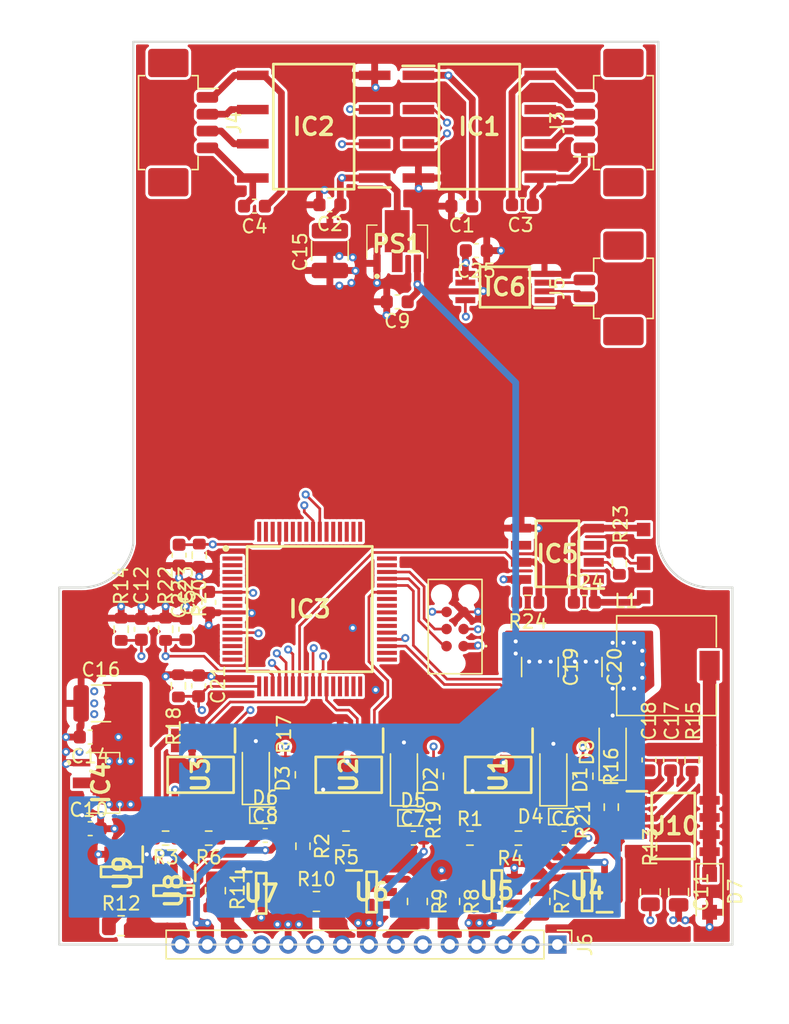
<source format=kicad_pcb>
(kicad_pcb (version 20211014) (generator pcbnew)
  (layers (0 "F.Cu" signal) (1 "In1.Cu" power "GND1.Cu") (2 "In2.Cu" signal "InnerSIG.Cu") (3 "In3.Cu" power "PWR.Cu") (4 "In4.Cu" power "GND2.Cu") (31 "B.Cu" signal) (34 "B.Paste" user) (35 "F.Paste" user) (36 "B.SilkS" user "B.Silkscreen") (37 "F.SilkS" user "F.Silkscreen") (38 "B.Mask" user) (39 "F.Mask" user) (44 "Edge.Cuts" user))
  (net 0 "")
  (net 1 "+5V")
  (net 2 "GND")
  (net 3 "/CAN/+5V_ISO1")
  (net 4 "/CAN/GND_ISO1")
  (net 5 "/CAN/+5V_ISO2")
  (net 6 "/CAN/GND_ISO2")
  (net 7 "+3V3")
  (net 8 "Net-(C6-Pad1)")
  (net 9 "/BEMF_Feedback/pU")
  (net 10 "Net-(C7-Pad1)")
  (net 11 "/BEMF_Feedback/pV")
  (net 12 "Net-(C8-Pad1)")
  (net 13 "/BEMF_Feedback/pW")
  (net 14 "+12V")
  (net 15 "/Power_Supplies/VBATT")
  (net 16 "/MCU/VOLT_SENSE")
  (net 17 "Net-(C17-Pad1)")
  (net 18 "Net-(C17-Pad2)")
  (net 19 "Net-(C18-Pad1)")
  (net 20 "/MCU/pW_COMP")
  (net 21 "/MCU/pU_COMP")
  (net 22 "/PWM/+5V_ISO")
  (net 23 "/PWM/GND_ISO")
  (net 24 "/MCU/USART1_RX")
  (net 25 "/MCU/USART1_TX")
  (net 26 "/CAN/CAN_L1")
  (net 27 "/CAN/CAN_H1")
  (net 28 "/MCU/USART2_RX")
  (net 29 "/MCU/USART2_TX")
  (net 30 "/CAN/CAN_L2")
  (net 31 "/CAN/CAN_H2")
  (net 46 "/MCU/CURR_SENSE")
  (net 47 "/MCU/INPUT_PIN")
  (net 48 "/MCU/pW_LOW")
  (net 49 "/MCU/pV_LOW")
  (net 76 "Net-(IC5-Pad2)")
  (net 80 "/Current_Sense/ISENSE_POS")
  (net 81 "/Current_Sense/ISENSE_NEG")
  (net 82 "Net-(R4-Pad1)")
  (net 83 "Net-(R4-Pad2)")
  (net 84 "Net-(R5-Pad1)")
  (net 85 "Net-(R5-Pad2)")
  (net 86 "Net-(R6-Pad1)")
  (net 87 "Net-(R6-Pad2)")
  (net 88 "Net-(R7-Pad1)")
  (net 89 "/Gate_Drive/U_H")
  (net 90 "Net-(R8-Pad1)")
  (net 91 "/Gate_Drive/U_L")
  (net 92 "Net-(R9-Pad1)")
  (net 93 "/Gate_Drive/V_H")
  (net 94 "Net-(R10-Pad1)")
  (net 95 "/Gate_Drive/V_L")
  (net 96 "Net-(R11-Pad1)")
  (net 97 "/Gate_Drive/W_H")
  (net 98 "Net-(R12-Pad1)")
  (net 99 "/Gate_Drive/W_L")
  (net 100 "Net-(R15-Pad1)")
  (net 101 "/PWM/SERVO_ISO")
  (net 102 "Net-(R1-Pad1)")
  (net 103 "Net-(R1-Pad2)")
  (net 104 "Net-(R2-Pad1)")
  (net 105 "Net-(R2-Pad2)")
  (net 106 "Net-(R3-Pad1)")
  (net 107 "Net-(R3-Pad2)")
  (net 108 "/MCU/pV_COMP")
  (net 109 "/MCU/pU_LOW")
  (net 110 "/MCU/pW_HIGH")
  (net 111 "/MCU/pV_HIGH")
  (net 112 "/MCU/pU_HIGH")
  (net 120 "/MCU/CAN1_EN")
  (net 121 "/MCU/CAN2_EN")
  (net 122 "VBATT")
  (net 127 "/MCU/NRST")
  (net 128 "/MCU/SWO")
  (net 129 "/MCU/SWDIO")
  (net 130 "/MCU/SWCLK")
  (footprint "Capacitor_SMD:C_0805_2012Metric" (layer "F.Cu") (at 154.7 76 -90)
    (fp_text reference "C11")
    (fp_text value "100n")
  )
  (footprint "MAG_Connectors:PWM_PADS" (layer "F.Cu") (at 152.1 51.6)
    (fp_text reference "J2" hide)
    (fp_text value "Conn_01x03" hide)
  )
  (footprint "Diode_SMD:D_SOD-123F" (layer "F.Cu") (at 157 76.1 -90)
    (fp_text reference "D7")
    (fp_text value "ES1JFL")
  )
  (footprint "Resistor_SMD:R_0603_1608Metric" (layer "F.Cu") (at 150.3 51.6 -90)
    (fp_text reference "R23")
    (fp_text value "510R")
  )
  (footprint "Resistor_SMD:R_0603_1608Metric" (layer "F.Cu") (at 113.3 56.5 90)
    (fp_text reference "R14")
    (fp_text value "2k")
  )
  (footprint "Capacitor_SMD:C_1210_3225Metric" (layer "F.Cu") (at 128.8 28.4 -90)
    (fp_text reference "C15")
    (fp_text value "47u")
  )
  (footprint "Capacitor_SMD:C_0603_1608Metric" (layer "F.Cu") (at 135 72)
    (fp_text reference "C7")
    (fp_text value "4u7")
  )
  (footprint "Resistor_SMD:R_0603_1608Metric" (layer "F.Cu") (at 119.1 51 -90)
    (fp_text reference "R20")
    (fp_text value "2k7")
  )
  (footprint "MAG_ESC:SOIC127P600X175-8N" (layer "F.Cu") (at 145.7 50.9 180)
    (fp_text reference "IC5")
    (fp_text value "ISO1540QDRQ1" hide)
  )
  (footprint "Diode_SMD:D_SOD-123F" (layer "F.Cu") (at 149.8 65.5 90)
    (fp_text reference "D8")
    (fp_text value "ES1JFL")
  )
  (footprint "MAG_Current_Sense_Amplifiers:SOP65P640X120-8N" (layer "F.Cu") (at 141.8 31.1 180)
    (fp_text reference "IC6")
    (fp_text value "INA240A2PW" hide)
  )
  (footprint "Resistor_SMD:R_0603_1608Metric" (layer "F.Cu") (at 117.55 60.7 90)
    (fp_text reference "R18")
    (fp_text value "2k7")
  )
  (footprint "Diode_SMD:D_SOD-123F" (layer "F.Cu") (at 123.3 67.3 90)
    (fp_text reference "D3")
    (fp_text value "ES1JFL")
  )
  (footprint "MAG_ESC:SOP254P1040X485-8N" (layer "F.Cu") (at 139.9 19.2)
    (fp_text reference "IC1")
    (fp_text value "ISO1050DUBR" hide)
  )
  (footprint "Capacitor_SMD:C_0603_1608Metric" (layer "F.Cu") (at 154.1 66.2 90)
    (fp_text reference "C17")
    (fp_text value "100n")
  )
  (footprint "Resistor_SMD:R_0603_1608Metric" (layer "F.Cu") (at 130 72 180)
    (fp_text reference "R5")
    (fp_text value "20R")
  )
  (footprint "Resistor_SMD:R_0805_2012Metric" (layer "F.Cu") (at 127.8 76.7)
    (fp_text reference "R10")
    (fp_text value "5R1")
  )
  (footprint "Capacitor_SMD:C_0603_1608Metric" (layer "F.Cu") (at 114.8 56.5 90)
    (fp_text reference "C12")
    (fp_text value "100n")
  )
  (footprint "MAG_ESC:AZ1117CR33TRG1" (layer "F.Cu") (at 113.194 67.9 -90)
    (fp_text reference "IC4")
    (fp_text value "AZ1117CR-3.3TRG1" hide)
  )
  (footprint "Diode_SMD:D_SOD-123F" (layer "F.Cu") (at 134.3 67.4 90)
    (fp_text reference "D2")
    (fp_text value "ES1JFL")
  )
  (footprint "MAG_Switching_Regulators:SOIC127P600X175-8N" (layer "F.Cu") (at 154.3 71.1)
    (fp_text reference "U10")
    (fp_text value "LNK306DN-TL" hide)
  )
  (footprint "Resistor_SMD:R_0603_1608Metric" (layer "F.Cu") (at 155.7 66.2 90)
    (fp_text reference "R15")
    (fp_text value "2k")
  )
  (footprint "Capacitor_SMD:C_0603_1608Metric" (layer "F.Cu") (at 152.5 66.2 90)
    (fp_text reference "C18")
    (fp_text value "10u")
  )
  (footprint "Capacitor_SMD:C_0603_1608Metric" (layer "F.Cu") (at 124 71.8)
    (fp_text reference "C8")
    (fp_text value "4u7")
  )
  (footprint "Resistor_SMD:R_0805_2012Metric" (layer "F.Cu") (at 147.6 67.4 90)
    (fp_text reference "R21")
    (fp_text value "200k")
  )
  (footprint "MAG_Gate_Drivers:SOT95P285X140-6N" (layer "F.Cu") (at 141.2 75.9 180)
    (fp_text reference "U5")
    (fp_text value "ZXGD3006E6QTA" hide)
  )
  (footprint "Capacitor_SMD:C_0603_1608Metric" (layer "F.Cu") (at 147.7 54.5 180)
    (fp_text reference "C24")
    (fp_text value "4u7")
  )
  (footprint "Resistor_SMD:R_0805_2012Metric" (layer "F.Cu") (at 125.5 67.3 90)
    (fp_text reference "R17")
    (fp_text value "200k")
  )
  (footprint "Diode_SMD:D_SOD-523" (layer "F.Cu") (at 146.2 70.4)
    (fp_text reference "D4")
    (fp_text value "13V")
  )
  (footprint "Capacitor_SMD:C_0603_1608Metric" (layer "F.Cu") (at 139.675 28.4)
    (fp_text reference "C25")
    (fp_text value "4u7")
  )
  (footprint "Resistor_SMD:R_0603_1608Metric" (layer "F.Cu") (at 149.7 69.7 90)
    (fp_text reference "R16")
    (fp_text value "13k3")
  )
  (footprint "MAG_Gate_Drivers:SOT95P285X140-6N" (layer "F.Cu") (at 131.9 76)
    (fp_text reference "U6")
    (fp_text value "ZXGD3006E6QTA" hide)
  )
  (footprint "Capacitor_SMD:C_0603_1608Metric" (layer "F.Cu") (at 119.05 60.7 90)
    (fp_text reference "C21")
    (fp_text value "2n2")
  )
  (footprint "Resistor_SMD:R_0603_1608Metric" (layer "F.Cu") (at 116.6 72 180)
    (fp_text reference "R3")
    (fp_text value "20R")
  )
  (footprint "MAG_Gate_Drivers:SOT127P600X175-8N" (layer "F.Cu") (at 119.2 67.3 -90)
    (fp_text reference "U3")
    (fp_text value "L6498DTR" hide)
  )
  (footprint "Capacitor_SMD:C_1210_3225Metric" (layer "F.Cu") (at 111.8 62 180)
    (fp_text reference "C16")
    (fp_text value "47u")
  )
  (footprint "MAG_Gate_Drivers:SOT127P600X175-8N" (layer "F.Cu") (at 130.2 67.3 -90)
    (fp_text reference "U2")
    (fp_text value "L6498DTR" hide)
  )
  (footprint "Resistor_SMD:R_0603_1608Metric" (layer "F.Cu") (at 119.8 72 180)
    (fp_text reference "R6")
    (fp_text value "20R")
  )
  (footprint "Capacitor_SMD:C_0603_1608Metric" (layer "F.Cu") (at 117.6 51 -90)
    (fp_text reference "C22")
    (fp_text value "2n2")
  )
  (footprint "Resistor_SMD:R_0805_2012Metric" (layer "F.Cu") (at 152.6 76 -90)
    (fp_text reference "R13")
    (fp_text value "100k")
  )
  (footprint "Capacitor_SMD:C_0603_1608Metric" (layer "F.Cu") (at 111 64.5 180)
    (fp_text reference "C14")
    (fp_text value "100n")
  )
  (footprint "Resistor_SMD:R_0603_1608Metric" (layer "F.Cu") (at 116.6 56.5 90)
    (fp_text reference "R22")
    (fp_text value "2k7")
  )
  (footprint "Connector_Molex:Molex_PicoBlade_53261-0471_1x04-1MP_P1.25mm_Horizontal" (layer "F.Cu") (at 117.3 18.9 -90)
    (fp_text reference "J4")
    (fp_text value "Conn_01x04")
  )
  (footprint "Capacitor_SMD:C_0603_1608Metric" (layer "F.Cu") (at 118.1 56.5 90)
    (fp_text reference "C23")
    (fp_text value "2n2")
  )
  (footprint "Resistor_SMD:R_0805_2012Metric" (layer "F.Cu") (at 137.7 76.7 -90)
    (fp_text reference "R8")
    (fp_text value "5R1")
  )
  (footprint "Resistor_SMD:R_0603_1608Metric" (layer "F.Cu") (at 139.2 72)
    (fp_text reference "R1")
    (fp_text value "20R")
  )
  (footprint "Capacitor_SMD:C_0603_1608Metric" (layer "F.Cu") (at 133.8 32.2 180)
    (fp_text reference "C9")
    (fp_text value "4u7")
  )
  (footprint "Capacitor_SMD:C_0603_1608Metric" (layer "F.Cu") (at 128.8 25 180)
    (fp_text reference "C2")
    (fp_text value "4u7")
  )
  (footprint "Diode_SMD:D_SOD-523" (layer "F.Cu") (at 135 70.5)
    (fp_text reference "D5")
    (fp_text value "13V")
  )
  (footprint "MAG_Gate_Drivers:SOT95P285X140-6N" (layer "F.Cu") (at 113.3 74.5 -90)
    (fp_text reference "U9")
    (fp_text value "ZXGD3006E6QTA" hide)
  )
  (footprint "Capacitor_SMD:C_0603_1608Metric" (layer "F.Cu") (at 143.1 25)
    (fp_text reference "C3")
    (fp_text value "4u7")
  )
  (footprint "Resistor_SMD:R_0805_2012Metric" (layer "F.Cu") (at 135.3 76.7 -90)
    (fp_text reference "R9")
    (fp_text value "5R1")
  )
  (footprint "Capacitor_SMD:C_0603_1608Metric" (layer "F.Cu") (at 146.2 72)
    (fp_text reference "C6")
    (fp_text value "4u7")
  )
  (footprint "Resistor_SMD:R_0805_2012Metric" (layer "F.Cu") (at 144.4 76.7 -90)
    (fp_text reference "R7")
    (fp_text value "5R1")
  )
  (footprint "Resistor_SMD:R_0805_2012Metric" (layer "F.Cu") (at 120.3 75.9 -90)
    (fp_text reference "R11")
    (fp_text value "5R1")
  )
  (footprint "Resistor_SMD:R_0603_1608Metric" (layer "F.Cu") (at 142.8 72)
    (fp_text reference "R4")
    (fp_text value "20R")
  )
  (footprint "Resistor_SMD:R_0805_2012Metric" (layer "F.Cu") (at 136.5 67.4 90)
    (fp_text reference "R19")
    (fp_text value "200k")
  )
  (footprint "MAG_ESC:QFP50P1200X1200X160-64N" (layer "F.Cu") (at 127.3 55)
    (fp_text reference "IC3")
    (fp_text value "STM32G071RBT6" hide)
  )
  (footprint "MAG_Gate_Drivers:SOT95P285X140-6N" (layer "F.Cu") (at 147.9 75.9 180)
    (fp_text reference "U4")
    (fp_text value "ZXGD3006E6QTA" hide)
  )
  (footprint "Connector_Molex:Molex_PicoBlade_53261-0471_1x04-1MP_P1.25mm_Horizontal" (layer "F.Cu") (at 150.1 18.9 90)
    (fp_text reference "J3")
    (fp_text value "Conn_01x04")
  )
  (footprint "Capacitor_SMD:C_1210_3225Metric" (layer "F.Cu") (at 144.4 59.3 -90)
    (fp_text reference "C19")
    (fp_text value "47u")
  )
  (footprint "Connector_PinHeader_2.00mm:PinHeader_1x15_P2.00mm_Vertical" (layer "F.Cu") (at 145.7 79.9 -90)
    (fp_text reference "J6")
    (fp_text value "Conn_01x15")
  )
  (footprint "Inductor_SMD:L_7.3x7.3_H4.5" (layer "F.Cu") (at 153.8 59.2 180)
    (fp_text reference "L1")
    (fp_text value "1m")
  )
  (footprint "MAG_ESC:TC2030IDC" (layer "F.Cu") (at 138.1 56.8 90)
    (fp_text reference "J7" hide)
    (fp_text value "TC6NL_SWD" hide)
  )
  (footprint "MAG_ESC:SOP254P1040X485-8N" (layer "F.Cu") (at 127.6 19.2 180)
    (fp_text reference "IC2")
    (fp_text value "ISO1050DUBR" hide)
  )
  (footprint "Capacitor_SMD:C_0603_1608Metric" (layer "F.Cu") (at 123.2 25.1)
    (fp_text reference "C4")
    (fp_text value "4u7")
  )
  (footprint "MAG_LDO_Regulators:AZ1117CR33TRG1" (layer "F.Cu") (at 133.8 26.506)
    (fp_text reference "PS1")
    (fp_text value "AZ1117CR-5.0TRG1" hide)
  )
  (footprint "Resistor_SMD:R_0603_1608Metric" (layer "F.Cu") (at 126.8 72.6 -90)
    (fp_text reference "R2")
    (fp_text value "20R")
  )
  (footprint "Capacitor_SMD:C_0603_1608Metric" (layer "F.Cu") (at 138.6 25.1 180)
    (fp_text reference "C1")
    (fp_text value "4u7")
  )
  (footprint "MAG_Gate_Drivers:SOT95P285X140-6N" (layer "F.Cu") (at 117.2 75.9 -90)
    (fp_text reference "U8")
    (fp_text value "ZXGD3006E6QTA" hide)
  )
  (footprint "MAG_Gate_Drivers:SOT95P285X140-6N" (layer "F.Cu") (at 123.7 76.1)
    (fp_text reference "U7")
    (fp_text value "ZXGD3006E6QTA" hide)
  )
  (footprint "MAG_Gate_Drivers:SOT127P600X175-8N" (layer "F.Cu") (at 141.3 67.3 -90)
    (fp_text reference "U1")
    (fp_text value "L6498DTR" hide)
  )
  (footprint "Resistor_SMD:R_0603_1608Metric" (layer "F.Cu") (at 143.5 54.5 180)
    (fp_text reference "R24")
    (fp_text value "510R")
  )
  (footprint "Capacitor_SMD:C_1210_3225Metric" (layer "F.Cu") (at 147.65 59.3 -90)
    (fp_text reference "C20")
    (fp_text value "47u")
  )
  (footprint "Resistor_SMD:R_0805_2012Metric" (layer "F.Cu") (at 113.3 78.5)
    (fp_text reference "R12")
    (fp_text value "5R1")
  )
  (footprint "Diode_SMD:D_SOD-123F" (layer "F.Cu") (at 145.4 67.4 90)
    (fp_text reference "D1")
    (fp_text value "ES1JFL")
  )
  (footprint "Diode_SMD:D_SOD-523" (layer "F.Cu") (at 124 70.3)
    (fp_text reference "D6")
    (fp_text value "13V")
  )
  (footprint "Connector_Molex:Molex_PicoBlade_53261-0271_1x02-1MP_P1.25mm_Horizontal" (layer "F.Cu") (at 150.1 31.200001 90)
    (fp_text reference "J5")
    (fp_text value "Conn_01x02")
  )
  (footprint "Capacitor_SMD:C_0603_1608Metric" (layer "F.Cu") (at 111 71.3)
    (fp_text reference "C10")
    (fp_text value "4u7")
  )
  (footprint "Capacitor_SMD:C_0603_1608Metric" (layer "F.Cu") (at 119.8 54.5 -90)
    (fp_text reference "C5")
    (fp_text value "100n")
  )
  (gr_line (start 108.7 79.9) (end 108.7 53.4) (layer "Edge.Cuts") (width 0.15))
  (gr_line (start 158.7 79.9) (end 108.7 79.9) (layer "Edge.Cuts") (width 0.15))
  (gr_line (start 114.2 47.9) (end 114.2 12.9) (layer "Edge.Cuts") (width 0.15))
  (gr_line (start 153.2 47.9) (end 153.2 12.9) (layer "Edge.Cuts") (width 0.15))
  (gr_line (start 158.7 53.4) (end 158.7 79.9) (layer "Edge.Cuts") (width 0.15))
  (gr_line (start 153.2 47.9) (end 153.2 50.145) (layer "Edge.Cuts") (width 0.15))
  (gr_arc (start 114.2 50.145) (mid 112.84961 52.490927) (end 110.3 53.4) (layer "Edge.Cuts") (width 0.15))
  (gr_line (start 108.7 53.4) (end 110.3 53.4) (layer "Edge.Cuts") (width 0.15))
  (gr_line (start 114.2 12.9) (end 153.2 12.9) (layer "Edge.Cuts") (width 0.15))
  (gr_line (start 158.7 53.4) (end 157.1 53.4) (layer "Edge.Cuts") (width 0.15))
  (gr_arc (start 157.1 53.4) (mid 154.55039 52.490927) (end 153.2 50.145) (layer "Edge.Cuts") (width 0.15))
  (gr_line (start 114.2 47.9) (end 114.2 50.145) (layer "Edge.Cuts") (width 0.15))
  (segment (start 135.375 15.39) (end 137.59 15.39) (width 0.5) (layer "F.Cu") (net 1))
  (segment (start 139.375 25.1) (end 139.375 17.175) (width 0.5) (layer "F.Cu") (net 1))
  (segment (start 129.575 23.125) (end 129.7 23) (width 0.5) (layer "F.Cu") (net 1))
  (segment (start 133.8 26.956) (end 133.8 24) (width 0.5) (layer "F.Cu") (net 1))
  (segment (start 128.8 26.925) (end 128.8 25.875) (width 0.5) (layer "F.Cu") (net 1))
  (segment (start 129.71 23.01) (end 129.7 23) (width 0.5) (layer "F.Cu") (net 1))
  (segment (start 132.81 23.01) (end 132.125 23.01) (width 0.5) (layer "F.Cu") (net 1))
  (segment (start 139.375 17.175) (end 137.6 15.4) (width 0.5) (layer "F.Cu") (net 1))
  (segment (start 133.8 24) (end 132.81 23.01) (width 0.5) (layer "F.Cu") (net 1))
  (segment (start 129.575 25.1) (end 129.575 23.125) (width 0.5) (layer "F.Cu") (net 1))
  (segment (start 132.125 23.01) (end 129.71 23.01) (width 0.5) (layer "F.Cu") (net 1))
  (segment (start 128.8 25.875) (end 129.575 25.1) (width 0.5) (layer "F.Cu") (net 1))
  (segment (start 137.59 15.39) (end 137.6 15.4) (width 0.5) (layer "F.Cu") (net 1))
  (via (at 129.7 23) (size 0.6) (drill 0.3) (layers "F.Cu" "B.Cu") (net 1))
  (via (at 137.6 15.4) (size 0.6) (drill 0.3) (layers "F.Cu" "B.Cu") (net 1))
  (segment (start 139.788 55.212) (end 139.8 55.2) (width 0.2) (layer "F.Cu") (net 2))
  (segment (start 138.735 55.212) (end 139.788 55.212) (width 0.2) (layer "F.Cu") (net 2))
  (segment (start 119.825 55.25) (end 119.8 55.275) (width 0.2) (layer "F.Cu") (net 2))
  (segment (start 119.1 51.825) (end 119.1 52.6) (width 0.5) (layer "F.Cu") (net 2))
  (segment (start 121.562 55.25) (end 119.825 55.25) (width 0.2) (layer "F.Cu") (net 2))
  (segment (start 140.175 31.425) (end 140.2 31.4) (width 0.2) (layer "F.Cu") (net 2))
  (segment (start 138.862 31.425) (end 140.175 31.425) (width 0.2) (layer "F.Cu") (net 2))
  (via (at 124.9 78.4) (size 0.6) (drill 0.3) (layers "F.Cu" "B.Cu") (net 2))
  (via (at 111.6 73.2) (size 0.6) (drill 0.3) (layers "F.Cu" "B.Cu") (net 2))
  (via (at 119.1 52.6) (size 0.6) (drill 0.3) (layers "F.Cu" "B.Cu") (net 2))
  (via (at 113.3 54.8) (size 0.6) (drill 0.3) (layers "F.Cu" "B.Cu") (net 2))
  (via (at 125.7 78.4) (size 0.6) (drill 0.3) (layers "F.Cu" "B.Cu") (net 2))
  (via (at 140.2 31.4) (size 0.6) (drill 0.3) (layers "F.Cu" "B.Cu") (net 2))
  (via (at 133 33.2) (size 0.6) (drill 0.3) (layers "F.Cu" "B.Cu") (net 2))
  (via (at 130.1 66.3) (size 0.6) (drill 0.3) (layers "F.Cu" "B.Cu") (net 2))
  (via (at 111.3 61.1) (size 0.6) (drill 0.3) (layers "F.Cu" "B.Cu") (net 2))
  (via (at 110.2 65.6) (size 0.6) (drill 0.3) (layers "F.Cu" "B.Cu") (net 2))
  (via (at 117.6 52.7) (size 0.6) (drill 0.3) (layers "F.Cu" "B.Cu") (net 2))
  (via (at 144.3 49) (size 0.6) (drill 0.3) (layers "F.Cu" "B.Cu") (net 2))
  (via (at 116.6 54.8) (size 0.6) (drill 0.3) (layers "F.Cu" "B.Cu") (net 2))
  (via (at 109.2 65.6) (size 0.6) (drill 0.3) (layers "F.Cu" "B.Cu") (net 2))
  (via (at 130.5 28.9) (size 0.6) (drill 0.3) (layers "F.Cu" "B.Cu") (net 2))
  (via (at 137.1 74.4) (size 0.6) (drill 0.3) (layers "F.Cu" "B.Cu") (net 2))
  (via (at 141.5 28.4) (size 0.6) (drill 0.3) (layers "F.Cu" "B.Cu") (net 2))
  (via (at 116.6 60) (size 0.6) (drill 0.3) (layers "F.Cu" "B.Cu") (net 2))
  (via (at 130.4 30.8) (size 0.6) (drill 0.3) (layers "F.Cu" "B.Cu") (net 2))
  (via (at 123 55.3) (size 0.6) (drill 0.3) (layers "F.Cu" "B.Cu") (net 2))
  (via (at 111.3 62.8) (size 0.6) (drill 0.3) (layers "F.Cu" "B.Cu") (net 2))
  (via (at 129.5 28.8) (size 0.6) (drill 0.3) (layers "F.Cu" "B.Cu") (net 2))
  (via (at 141.7 66.4) (size 0.6) (drill 0.3) (layers "F.Cu" "B.Cu") (net 2))
  (via (at 142.5 74.1995) (size 0.6) (drill 0.3) (layers "F.Cu" "B.Cu") (net 2))
  (via (at 129.5 31) (size 0.6) (drill 0.3) (layers "F.Cu" "B.Cu") (net 2))
  (via (at 128.4 23.9) (size 0.6) (drill 0.3) (layers "F.Cu" "B.Cu") (net 2))
  (via (at 135.4 23.8) (size 0.6) (drill 0.3) (layers "F.Cu" "B.Cu") (net 2))
  (via (at 119.8 56.2) (size 0.6) (drill 0.3) (layers "F.Cu" "B.Cu") (net 2))
  (via (at 111.796005 70.298669) (size 0.6) (drill 0.3) (layers "F.Cu" "B.Cu") (net 2))
  (via (at 111.3 62) (size 0.6) (drill 0.3) (layers "F.Cu" "B.Cu") (net 2))
  (via (at 118.6 66.2) (size 0.6) (drill 0.3) (layers "F.Cu" "B.Cu") (net 2))
  (via (at 123.7 77.9) (size 0.6) (drill 0.3) (layers "F.Cu" "B.Cu") (net 2))
  (via (at 120 60) (size 0.6) (drill 0.3) (layers "F.Cu" "B.Cu") (net 2))
  (via (at 155.2 78.1) (size 0.6) (drill 0.3) (layers "F.Cu" "B.Cu") (net 2))
  (via (at 157 78.6) (size 0.6) (drill 0.3) (layers "F.Cu" "B.Cu") (net 2))
  (via (at 132.2 16.3) (size 0.6) (drill 0.3) (layers "F.Cu" "B.Cu") (net 2))
  (via (at 109.2 64.5) (size 0.6) (drill 0.3) (layers "F.Cu" "B.Cu") (net 2))
  (via (at 118.1 54.8) (size 0.6) (drill 0.3) (layers "F.Cu" "B.Cu") (net 2))
  (via (at 126.5 78.4) (size 0.6) (drill 0.3) (layers "F.Cu" "B.Cu") (net 2))
  (via (at 132.2 61) (size 0.6) (drill 0.3) (layers "F.Cu" "B.Cu") (net 2))
  (via (at 132.3 30.8) (size 0.6) (drill 0.3) (layers "F.Cu" "B.Cu") (net 2))
  (via (at 139.8 55.2) (size 0.6) (drill 0.3) (layers "F.Cu" "B.Cu") (net 2))
  (via (at 114.8 54.8) (size 0.6) (drill 0.3) (layers "F.Cu" "B.Cu") (net 2))
  (via (at 130.5 56.4) (size 0.6) (drill 0.3) (layers "F.Cu" "B.Cu") (net 2))
  (via (at 109.2 66.5) (size 0.6) (drill 0.3) (layers "F.Cu" "B.Cu") (net 2))
  (via (at 154.3 78.1) (size 0.6) (drill 0.3) (layers "F.Cu" "B.Cu") (net 2))
  (via (at 130.7 29.9) (size 0.6) (drill 0.3) (layers "F.Cu" "B.Cu") (net 2))
  (via (at 112.8 71.3) (size 0.6) (drill 0.3) (layers "F.Cu" "B.Cu") (net 2))
  (segment (start 143.61 15.39) (end 144.425 15.39) (width 0.5) (layer "F.Cu") (net 3))
  (segment (start 147.7 17.025) (end 147.125 17.025) (width 0.5) (layer "F.Cu") (net 3))
  (segment (start 142.325 25) (end 142.325 16.675) (width 0.5) (layer "F.Cu") (net 3))
  (segment (start 145.49 15.39) (end 144.425 15.39) (width 0.5) (layer "F.Cu") (net 3))
  (segment (start 147.125 17.025) (end 145.49 15.39) (width 0.5) (layer "F.Cu") (net 3))
  (segment (start 142.325 16.675) (end 143.61 15.39) (width 0.5) (layer "F.Cu") (net 3))
  (segment (start 146.69 23.01) (end 147.7 22) (width 0.5) (layer "F.Cu") (net 4))
  (segment (start 144.425 23.01) (end 146.69 23.01) (width 0.5) (layer "F.Cu") (net 4))
  (segment (start 144.425 23.575) (end 144.425 23.01) (width 0.5) (layer "F.Cu") (net 4))
  (segment (start 143.875 25) (end 143.875 24.125) (width 0.5) (layer "F.Cu") (net 4))
  (segment (start 143.875 24.125) (end 144.425 23.575) (width 0.5) (layer "F.Cu") (net 4))
  (segment (start 147.7 22) (end 147.7 20.775) (width 0.5) (layer "F.Cu") (net 4))
  (segment (start 122.425 25.1) (end 123.075 24.45) (width 0.5) (layer "F.Cu") (net 5))
  (segment (start 119.7 20.775) (end 120.175 20.775) (width 0.5) (layer "F.Cu") (net 5))
  (segment (start 122.41 23.01) (end 123.075 23.01) (width 0.5) (layer "F.Cu") (net 5))
  (segment (start 123.075 24.45) (end 123.075 23.01) (width 0.5) (layer "F.Cu") (net 5))
  (segment (start 120.175 20.775) (end 122.41 23.01) (width 0.5) (layer "F.Cu") (net 5))
  (segment (start 120.075 17.025) (end 121.71 15.39) (width 0.5) (layer "F.Cu") (net 6))
  (segment (start 123.975 25.1) (end 124.1 25.1) (width 0.5) (layer "F.Cu") (net 6))
  (segment (start 125.2 16.7) (end 123.89 15.39) (width 0.5) (layer "F.Cu") (net 6))
  (segment (start 119.7 17.025) (end 120.075 17.025) (width 0.5) (layer "F.Cu") (net 6))
  (segment (start 124.1 25.1) (end 125.2 24) (width 0.5) (layer "F.Cu") (net 6))
  (segment (start 125.2 24) (end 125.2 16.7) (width 0.5) (layer "F.Cu") (net 6))
  (segment (start 121.71 15.39) (end 123.075 15.39) (width 0.5) (layer "F.Cu") (net 6))
  (segment (start 123.89 15.39) (end 123.075 15.39) (width 0.5) (layer "F.Cu") (net 6))
  (segment (start 142.675 54.5) (end 142.675 53.13) (width 0.5) (layer "F.Cu") (net 7))
  (segment (start 121.562 53.75) (end 123.05 53.75) (width 0.2) (layer "F.Cu") (net 7))
  (segment (start 121.562 53.75) (end 119.825 53.75) (width 0.2) (layer "F.Cu") (net 7))
  (segment (start 142.675 53.13) (end 143 52.805) (width 0.5) (layer "F.Cu") (net 7))
  (segment (start 138.735 57.753) (end 139.747 57.753) (width 0.5) (layer "F.Cu") (net 7))
  (segment (start 142.995 52.8) (end 143 52.805) (width 0.5) (layer "F.Cu") (net 7))
  (segment (start 139.747 57.753) (end 139.8 57.7) (width 0.2) (layer "F.Cu") (net 7))
  (segment (start 141.7 52.8) (end 142.995 52.8) (width 0.5) (layer "F.Cu") (net 7))
  (segment (start 119.825 53.75) (end 119.8 53.725) (width 0.2) (layer "F.Cu") (net 7))
  (segment (start 123.05 53.75) (end 123.1 53.8) (width 0.2) (layer "F.Cu") (net 7))
  (segment (start 138.862 30.5) (end 138.862 28.637) (width 0.5) (layer "F.Cu") (net 7))
  (via (at 113.2 69.5) (size 0.6) (drill 0.3) (layers "F.Cu" "B.Cu") (net 7))
  (via (at 113.1 64.5) (size 0.6) (drill 0.3) (layers "F.Cu" "B.Cu") (net 7))
  (via (at 138.9 29.3) (size 0.6) (drill 0.3) (layers "F.Cu" "B.Cu") (net 7))
  (via (at 113.2 66.3) (size 0.6) (drill 0.3) (layers "F.Cu" "B.Cu") (net 7))
  (via (at 112.4 69.5) (size 0.6) (drill 0.3) (layers "F.Cu" "B.Cu") (net 7))
  (via (at 114 69.5) (size 0.6) (drill 0.3) (layers "F.Cu" "B.Cu") (net 7))
  (via (at 114.006428 66.291421) (size 0.6) (drill 0.3) (layers "F.Cu" "B.Cu") (net 7))
  (via (at 112.4 66.3) (size 0.6) (drill 0.3) (layers "F.Cu" "B.Cu") (net 7))
  (via (at 141.7 52.8) (size 0.6) (drill 0.3) (layers "F.Cu" "B.Cu") (net 7))
  (via (at 139.8 57.7) (size 0.6) (drill 0.3) (layers "F.Cu" "B.Cu") (net 7))
  (via (at 123.1 53.8) (size 0.6) (drill 0.3) (layers "F.Cu" "B.Cu") (net 7))
  (segment (start 144.35 69.85) (end 143.205 69.85) (width 0.5) (layer "F.Cu") (net 8))
  (segment (start 150.3 76.575) (end 150.3 73.6) (width 0.5) (layer "F.Cu") (net 8))
  (segment (start 150.3 73.6) (end 149.6 72.9) (width 0.5) (layer "F.Cu") (net 8))
  (segment (start 147.9 73.4) (end 146.825 73.4) (width 0.5) (layer "F.Cu") (net 8))
  (segment (start 149.6 72.9) (end 148.4 72.9) (width 0.5) (layer "F.Cu") (net 8))
  (segment (start 145.4 68.8) (end 145.4 71.975) (width 0.5) (layer "F.Cu") (net 8))
  (segment (start 148.4 72.9) (end 147.9 73.4) (width 0.5) (layer "F.Cu") (net 8))
  (segment (start 146.825 73.4) (end 145.425 72) (width 0.5) (layer "F.Cu") (net 8))
  (segment (start 150.025 76.85) (end 150.3 76.575) (width 0.5) (layer "F.Cu") (net 8))
  (segment (start 149.2 76.85) (end 150.025 76.85) (width 0.5) (layer "F.Cu") (net 8))
  (segment (start 145.4 68.8) (end 144.35 69.85) (width 0.5) (layer "F.Cu") (net 8))
  (segment (start 145.4 71.975) (end 145.425 72) (width 0.5) (layer "F.Cu") (net 8))
  (segment (start 147.3 67.8) (end 147.6 68.1) (width 0.5) (layer "F.Cu") (net 9))
  (segment (start 140.7 69.815) (end 140.7 69.2) (width 0.5) (layer "F.Cu") (net 9))
  (segment (start 142.1 67.8) (end 147.3 67.8) (width 0.5) (layer "F.Cu") (net 9))
  (segment (start 149.2 73.8) (end 149.2 74.95) (width 0.5) (layer "F.Cu") (net 9))
  (segment (start 140.665 69.85) (end 140.7 69.815) (width 0.5) (layer "F.Cu") (net 9))
  (segment (start 146.975 72) (end 146.975 68.9375) (width 0.5) (layer "F.Cu") (net 9))
  (segment (start 148 72) (end 146.975 72) (width 0.5) (layer "F.Cu") (net 9))
  (segment (start 147.6 68.1) (end 147.6 68.3125) (width 0.5) (layer "F.Cu") (net 9))
  (segment (start 146.975 68.9375) (end 147.6 68.3125) (width 0.5) (layer "F.Cu") (net 9))
  (segment (start 140.7 69.2) (end 142.1 67.8) (width 0.5) (layer "F.Cu") (net 9))
  (via (at 148 72) (size 0.6) (drill 0.3) (layers "F.Cu" "B.Cu") (net 9))
  (via (at 139.1 78.3) (size 0.6) (drill 0.3) (layers "F.Cu" "B.Cu") (net 9))
  (via (at 140.7 78.3) (size 0.6) (drill 0.3) (layers "F.Cu" "B.Cu") (net 9))
  (via (at 149.2 73.8) (size 0.6) (drill 0.3) (layers "F.Cu" "B.Cu") (net 9))
  (via (at 139.9 78.3) (size 0.6) (drill 0.3) (layers "F.Cu" "B.Cu") (net 9))
  (segment (start 141.6 78.3) (end 140.7 78.3) (width 0.5) (layer "B.Cu") (net 9))
  (segment (start 147.9 72) (end 146.1 73.8) (width 0.5) (layer "B.Cu") (net 9))
  (segment (start 148 72) (end 147.9 72) (width 0.5) (layer "B.Cu") (net 9))
  (segment (start 149.2 73.8) (end 146.1 73.8) (width 0.5) (layer "B.Cu") (net 9))
  (segment (start 146.1 73.8) (end 141.6 78.3) (width 0.5) (layer "B.Cu") (net 9))
  (segment (start 134.225 72) (end 134.3 71.925) (width 0.5) (layer "F.Cu") (net 10))
  (segment (start 130.6 74.5) (end 133.1 72) (width 0.5) (layer "F.Cu") (net 10))
  (segment (start 134.3 68.8) (end 134 69.1) (width 0.5) (layer "F.Cu") (net 10))
  (segment (start 130.6 75.05) (end 130.6 74.5) (width 0.5) (layer "F.Cu") (net 10))
  (segment (start 133.1 72) (end 134.225 72) (width 0.5) (layer "F.Cu") (net 10))
  (segment (start 134 69.1) (end 132.855 69.1) (width 0.5) (layer "F.Cu") (net 10))
  (segment (start 134.3 69.1) (end 134 69.1) (width 0.5) (layer "F.Cu") (net 10))
  (segment (start 134.3 71.925) (end 134.3 69.1) (width 0.5) (layer "F.Cu") (net 10))
  (segment (start 132.855 69.1) (end 132.105 69.85) (width 0.5) (layer "F.Cu") (net 10))
  (segment (start 129.565 69.85) (end 129.565 69.275) (width 0.5) (layer "F.Cu") (net 11))
  (segment (start 135.775 73.075) (end 135.775 73.0005) (width 0.2) (layer "F.Cu") (net 11))
  (segment (start 135.775 72) (end 135.775 69.0375) (width 0.5) (layer "F.Cu") (net 11))
  (segment (start 135.775 72) (end 135.775 73.075) (width 0.2) (layer "F.Cu") (net 11))
  (segment (start 131.04 67.8) (end 135.9875 67.8) (width 0.5) (layer "F.Cu") (net 11))
  (segment (start 135.775 73.075) (end 135.8 73.1) (width 0.2) (layer "F.Cu") (net 11))
  (segment (start 129.565 69.275) (end 131.04 67.8) (width 0.5) (layer "F.Cu") (net 11))
  (segment (start 135.775 69.0375) (end 136.5 68.3125) (width 0.5) (layer "F.Cu") (net 11))
  (segment (start 135.9875 67.8) (end 136.5 68.3125) (width 0.5) (layer "F.Cu") (net 11))
  (via (at 130.9 78.3) (size 0.6) (drill 0.3) (layers "F.Cu" "B.Cu") (net 11))
  (via (at 132.5 78.3) (size 0.6) (drill 0.3) (layers "F.Cu" "B.Cu") (net 11))
  (via (at 131.7 78.3) (size 0.6) (drill 0.3) (layers "F.Cu" "B.Cu") (net 11))
  (via (at 135.775 73.0005) (size 0.6) (drill 0.3) (layers "F.Cu" "B.Cu") (net 11))
  (segment (start 132.5 76.2755) (end 135.775 73.0005) (width 0.5) (layer "B.Cu") (net 11))
  (segment (start 132.5 78.3) (end 132.5 76.2755) (width 0.5) (layer "B.Cu") (net 11))
  (segment (start 122.25 73.2) (end 123.225 72.225) (width 0.5) (layer "F.Cu") (net 12))
  (segment (start 118.15 74.55) (end 119.5 73.2) (width 0.5) (layer "F.Cu") (net 12))
  (segment (start 123.225 71.8) (end 123.3 71.725) (width 0.5) (layer "F.Cu") (net 12))
  (segment (start 122.9 69.1) (end 121.855 69.1) (width 0.5) (layer "F.Cu") (net 12))
  (segment (start 121.855 69.1) (end 121.105 69.85) (width 0.5) (layer "F.Cu") (net 12))
  (segment (start 118.15 74.6) (end 118.15 74.55) (width 0.5) (layer "F.Cu") (net 12))
  (segment (start 123.225 72.225) (end 123.225 71.8) (width 0.5) (layer "F.Cu") (net 12))
  (segment (start 119.5 73.2) (end 122.25 73.2) (width 0.5) (layer "F.Cu") (net 12))
  (segment (start 123.3 71.725) (end 123.3 68.7) (width 0.5) (layer "F.Cu") (net 12))
  (segment (start 123.3 68.7) (end 122.9 69.1) (width 0.5) (layer "F.Cu") (net 12))
  (segment (start 124.775 72.525) (end 124.775 71.8) (width 0.5) (layer "F.Cu") (net 13))
  (segment (start 124.9875 67.7) (end 125.5 68.2125) (width 0.5) (layer "F.Cu") (net 13))
  (segment (start 124.4 72.9) (end 124.775 72.525) (width 0.5) (layer "F.Cu") (net 13))
  (segment (start 118.565 69.235) (end 120.1 67.7) (width 0.5) (layer "F.Cu") (net 13))
  (segment (start 124.775 71.8) (end 124.775 68.9375) (width 0.5) (layer "F.Cu") (net 13))
  (segment (start 120.1 67.7) (end 124.9875 67.7) (width 0.5) (layer "F.Cu") (net 13))
  (segment (start 124.775 68.9375) (end 125.5 68.2125) (width 0.5) (layer "F.Cu") (net 13))
  (segment (start 124 72.9) (end 124.4 72.9) (width 0.5) (layer "F.Cu") (net 13))
  (segment (start 118.565 69.85) (end 118.565 69.235) (width 0.5) (layer "F.Cu") (net 13))
  (segment (start 116.3 73.1) (end 116.25 73.15) (width 0.2) (layer "F.Cu") (net 13))
  (segment (start 116.25 73.15) (end 116.25 74.6) (width 0.2) (layer "F.Cu") (net 13))
  (via (at 124 72.9) (size 0.6) (drill 0.3) (layers "F.Cu" "B.Cu") (net 13))
  (via (at 118.9 78.3) (size 0.6) (drill 0.3) (layers "F.Cu" "B.Cu") (net 13))
  (via (at 119.7 78.3) (size 0.6) (drill 0.3) (layers "F.Cu" "B.Cu") (net 13))
  (via (at 116.3 73.1) (size 0.6) (drill 0.3) (layers "F.Cu" "B.Cu") (net 13))
  (segment (start 118.9 78.3) (end 118.9 76.2) (width 0.5) (layer "B.Cu") (net 13))
  (segment (start 121 72.9) (end 118.9 75) (width 0.5) (layer "B.Cu") (net 13))
  (segment (start 124 72.9) (end 121 72.9) (width 0.5) (layer "B.Cu") (net 13))
  (segment (start 118.9 75) (end 118.9 76.2) (width 0.5) (layer "B.Cu") (net 13))
  (segment (start 119.7 78.3) (end 118.9 78.3) (width 0.5) (layer "B.Cu") (net 13))
  (segment (start 118.9 75) (end 117 73.1) (width 0.5) (layer "B.Cu") (net 13))
  (segment (start 117 73.1) (end 116.3 73.1) (width 0.5) (layer "B.Cu") (net 13))
  (segment (start 134.575 32.2) (end 135.3 31.475) (width 0.5) (layer "F.Cu") (net 14))
  (segment (start 122.4 75.15) (end 122.4 74.3) (width 0.5) (layer "F.Cu") (net 14))
  (segment (start 128.295 68.405) (end 128.295 69.85) (width 0.5) (layer "F.Cu") (net 14))
  (segment (start 149.8 64.1) (end 149.8 62.9) (width 0.5) (layer "F.Cu") (net 14))
  (segment (start 150.6 59.2) (end 149.1 57.7) (width 0.5) (layer "F.Cu") (net 14))
  (segment (start 115.2 73.2) (end 114.25 73.2) (width 0.5) (layer "F.Cu") (net 14))
  (segment (start 147.775 57.7) (end 147.65 57.825) (width 0.5) (layer "F.Cu") (net 14))
  (segment (start 144.4 57.825) (end 147.65 57.825) (width 0.5) (layer "F.Cu") (net 14))
  (segment (start 117.3 68.4) (end 117.295 68.405) (width 0.5) (layer "F.Cu") (net 14))
  (segment (start 150.6 59.2) (end 150.6 62.1) (width 0.5) (layer "F.Cu") (net 14))
  (segment (start 139.4 68.5) (end 139.395 68.505) (width 0.5) (layer "F.Cu") (net 14))
  (segment (start 134.3 64.9) (end 134.3 66) (width 0.5) (layer "F.Cu") (net 14))
  (segment (start 123.3 64.8) (end 123.3 65.9) (width 0.5) (layer "F.Cu") (net 14))
  (segment (start 141.45 76.85) (end 142.5 76.85) (width 0.5) (layer "F.Cu") (net 14))
  (segment (start 139.395 68.505) (end 139.395 69.85) (width 0.5) (layer "F.Cu") (net 14))
  (segment (start 110.356 69.4) (end 110.356 71.169) (width 0.5) (layer "F.Cu") (net 14))
  (segment (start 128.3 68.4) (end 128.295 68.405) (width 0.5) (layer "F.Cu") (net 14))
  (segment (start 150.6 62.1) (end 149.8 62.9) (width 0.5) (layer "F.Cu") (net 14))
  (segment (start 141.4 76.8) (end 141.45 76.85) (width 0.5) (layer "F.Cu") (net 14))
  (segment (start 145.4 65) (end 145.4 66) (width 0.5) (layer "F.Cu") (net 14))
  (segment (start 135.3 31.475) (end 135.3 29.344) (width 0.5) (layer "F.Cu") (net 14))
  (segment (start 110.356 71.169) (end 110.225 71.3) (width 0.5) (layer "F.Cu") (net 14))
  (segment (start 149.1 57.7) (end 147.775 57.7) (width 0.5) (layer "F.Cu") (net 14))
  (segment (start 117.295 68.405) (end 117.295 69.85) (width 0.5) (layer "F.Cu") (net 14))
  (via (at 149.8 62.9) (size 0.6) (drill 0.3) (layers "F.Cu" "B.Cu") (net 14))
  (via (at 128.3 68.4) (size 0.6) (drill 0.3) (layers "F.Cu" "B.Cu") (net 14))
  (via (at 150.6 60.9) (size 0.6) (drill 0.3) (layers "F.Cu" "B.Cu") (net 14))
  (via (at 142.6 57.4) (size 0.6) (drill 0.3) (layers "F.Cu" "B.Cu") (net 14))
  (via (at 149.8 57.5) (size 0.6) (drill 0.3) (layers "F.Cu" "B.Cu") (net 14))
  (via (at 123.3 64.8) (size 0.6) (drill 0.3) (layers "F.Cu" "B.Cu") (net 14))
  (via (at 145.2 58.9) (size 0.6) (drill 0.3) (layers "F.Cu" "B.Cu") (net 14))
  (via (at 134.3 64.9) (size 0.6) (drill 0.3) (layers "F.Cu" "B.Cu") (net 14))
  (via (at 151.4 60.9) (size 0.6) (drill 0.3) (layers "F.Cu" "B.Cu") (net 14))
  (via (at 152 60.1) (size 0.6) (drill 0.3) (layers "F.Cu" "B.Cu") (net 14))
  (via (at 135.3 30.9) (size 0.6) (drill 0.3) (layers "F.Cu" "B.Cu") (net 14))
  (via (at 152 58.1) (size 0.6) (drill 0.3) (layers "F.Cu" "B.Cu") (net 14))
  (via (at 148.6 58.9) (size 0.6) (drill 0.3) (layers "F.Cu" "B.Cu") (net 14))
  (via (at 143.6 58.9) (size 0.6) (drill 0.3) (layers "F.Cu" "B.Cu") (net 14))
  (via (at 147.8 58.9) (size 0.6) (drill 0.3) (layers "F.Cu" "B.Cu") (net 14))
  (via (at 147 58.9) (size 0.6) (drill 0.3) (layers "F.Cu" "B.Cu") (net 14))
  (via (at 139.4 68.5) (size 0.6) (drill 0.3) (layers "F.Cu" "B.Cu") (net 14))
  (via (at 150.6 57.5) (size 0.6) (drill 0.3) (layers "F.Cu" "B.Cu") (net 14))
  (via (at 145.4 65) (size 0.6) (drill 0.3) (layers "F.Cu" "B.Cu") (net 14))
  (via (at 117.3 68.4) (size 0.6) (drill 0.3) (layers "F.Cu" "B.Cu") (net 14))
  (via (at 115.2 73.2) (size 0.6) (drill 0.3) (layers "F.Cu" "B.Cu") (net 14))
  (via (at 151.4 57.49655) (size 0.6) (drill 0.3) (layers "F.Cu" "B.Cu") (net 14))
  (via (at 152 59.1) (size 0.6) (drill 0.3) (layers "F.Cu" "B.Cu") (net 14))
  (via (at 141.4 76.8) (size 0.6) (drill 0.3) (layers "F.Cu" "B.Cu") (net 14))
  (via (at 149.8 60.9) (size 0.6) (drill 0.3) (layers "F.Cu" "B.Cu") (net 14))
  (via (at 122.4 74.3) (size 0.6) (drill 0.3) (layers "F.Cu" "B.Cu") (net 14))
  (via (at 142.6 58.3) (size 0.6) (drill 0.3) (layers "F.Cu" "B.Cu") (net 14))
  (via (at 110.4 70.3) (size 0.6) (drill 0.3) (layers "F.Cu" "B.Cu") (net 14))
  (via (at 144.4 58.9) (size 0.6) (drill 0.3) (layers "F.Cu" "B.Cu") (net 14))
  (segment (start 142.6 38.2) (end 135.3 30.9) (width 0.5) (layer "B.Cu") (net 14))
  (segment (start 142.6 57.4) (end 142.6 38.2) (width 0.5) (layer "B.Cu") (net 14))
  (segment (start 152.55 75.05) (end 154.7 75.05) (width 0.5) (layer "F.Cu") (net 15))
  (segment (start 151.6 74.1) (end 152.55 75.05) (width 0.5) (layer "F.Cu") (net 15))
  (segment (start 151.6 73.005) (end 151.6 74.1) (width 0.5) (layer "F.Cu") (net 15))
  (segment (start 114.75 57.325) (end 114.8 57.275) (width 0.2) (layer "F.Cu") (net 16))
  (segment (start 152.6 76.9125) (end 152.6 78.1) (width 0.2) (layer "F.Cu") (net 16))
  (segment (start 113.3 57.325) (end 114.75 57.325) (width 0.2) (layer "F.Cu") (net 16))
  (segment (start 125.7 58) (end 126.05 58.35) (width 0.2) (layer "F.Cu") (net 16))
  (segment (start 114.8 57.275) (end 114.8 58.5) (width 0.2) (layer "F.Cu") (net 16))
  (segment (start 126.05 58.35) (end 126.05 60.738) (width 0.2) (layer "F.Cu") (net 16))
  (via (at 114.8 58.5) (size 0.6) (drill 0.3) (layers "F.Cu" "B.Cu") (net 16))
  (via (at 152.6 78.1) (size 0.6) (drill 0.3) (layers "F.Cu" "B.Cu") (net 16))
  (via (at 125.7 58) (size 0.6) (drill 0.3) (layers "F.Cu" "B.Cu") (net 16))
  (segment (start 151.6 69.195) (end 152.805 69.195) (width 0.5) (layer "F.Cu") (net 17))
  (segment (start 152.805 69.195) (end 154.1 67.9) (width 0.5) (layer "F.Cu") (net 17))
  (segment (start 154.1 67.9) (end 154.1 66.975) (width 0.5) (layer "F.Cu") (net 17))
  (segment (start 152.5 65.425) (end 156.675 65.425) (width 1) (layer "F.Cu") (net 18))
  (segment (start 156.675 65.425) (end 157 65.1) (width 1) (layer "F.Cu") (net 18))
  (segment (start 157 69.195) (end 157 74.7) (width 1) (layer "F.Cu") (net 18))
  (segment (start 157 65.1) (end 157 69.195) (width 1) (layer "F.Cu") (net 18))
  (segment (start 157 59.2) (end 157 65.1) (width 1) (layer "F.Cu") (net 18))
  (segment (start 149.8 66.9) (end 149.7 67) (width 0.5) (layer "F.Cu") (net 19))
  (segment (start 149.7 67) (end 149.7 68.875) (width 0.5) (layer "F.Cu") (net 19))
  (segment (start 152.5 66.975) (end 149.7 66.975) (width 0.5) (layer "F.Cu") (net 19))
  (segment (start 149.7 66.975) (end 149.7 68.875) (width 0.5) (layer "F.Cu") (net 19))
  (segment (start 119.05 62.25) (end 119.3 62.5) (width 0.2) (layer "F.Cu") (net 20))
  (segment (start 125.5 66.3875) (end 125.5 65.2) (width 0.2) (layer "F.Cu") (net 20))
  (segment (start 117.55 61.525) (end 117.6 61.475) (width 0.2) (layer "F.Cu") (net 20))
  (segment (start 119.05 61.475) (end 119.787 60.738) (width 0.2) (layer "F.Cu") (net 20))
  (segment (start 119.05 61.475) (end 119.05 62.25) (width 0.2) (layer "F.Cu") (net 20))
  (segment (start 119.787 60.738) (end 123.55 60.738) (width 0.2) (layer "F.Cu") (net 20))
  (segment (start 117.6 61.475) (end 119.05 61.475) (width 0.2) (layer "F.Cu") (net 20))
  (via (at 119.3 62.5) (size 0.6) (drill 0.3) (layers "F.Cu" "B.Cu") (net 20))
  (via (at 125.5 65.2) (size 0.6) (drill 0.3) (layers "F.Cu" "B.Cu") (net 20))
  (segment (start 116.6 58.5) (end 119.45 58.5) (width 0.2) (layer "F.Cu") (net 21))
  (segment (start 147.6 66.4875) (end 147.6 65.3) (width 0.2) (layer "F.Cu") (net 21))
  (segment (start 119.45 58.5) (end 120.55 59.6) (width 0.2) (layer "F.Cu") (net 21))
  (segment (start 124.251471 59.6) (end 124.55 59.898529) (width 0.2) (layer "F.Cu") (net 21))
  (segment (start 124.55 59.898529) (end 124.55 60.738) (width 0.2) (layer "F.Cu") (net 21))
  (segment (start 118.1 57.275) (end 116.65 57.275) (width 0.2) (layer "F.Cu") (net 21))
  (segment (start 116.6 58.5) (end 116.6 57.325) (width 0.2) (layer "F.Cu") (net 21))
  (segment (start 120.55 59.6) (end 124.251471 59.6) (width 0.2) (layer "F.Cu") (net 21))
  (segment (start 116.65 57.275) (end 116.6 57.325) (width 0.2) (layer "F.Cu") (net 21))
  (via (at 116.6 58.5) (size 0.6) (drill 0.3) (layers "F.Cu" "B.Cu") (net 21))
  (via (at 147.6 65.3) (size 0.6) (drill 0.3) (layers "F.Cu" "B.Cu") (net 21))
  (segment (start 148.4 53.9) (end 148.4 54.425) (width 0.5) (layer "F.Cu") (net 22))
  (segment (start 151.7 54.5) (end 148.475 54.5) (width 0.5) (layer "F.Cu") (net 22))
  (segment (start 148.4 52.805) (end 148.4 53.9) (width 0.5) (layer "F.Cu") (net 22))
  (segment (start 152.1 54.1) (end 151.7 54.5) (width 0.5) (layer "F.Cu") (net 22))
  (segment (start 148.4 54.425) (end 148.475 54.5) (width 0.5) (layer "F.Cu") (net 22))
  (segment (start 151.995 48.995) (end 152.1 49.1) (width 0.5) (layer "F.Cu") (net 23))
  (segment (start 148.4 48.995) (end 151.995 48.995) (width 0.5) (layer "F.Cu") (net 23))
  (segment (start 147.695 48.995) (end 148.4 48.995) (width 0.5) (layer "F.Cu") (net 23))
  (segment (start 146.925 54.5) (end 146.925 49.765) (width 0.5) (layer "F.Cu") (net 23))
  (segment (start 146.925 49.765) (end 147.695 48.995) (width 0.5) (layer "F.Cu") (net 23))
  (segment (start 135.375 17.93) (end 136.53 17.93) (width 0.2) (layer "F.Cu") (net 24))
  (segment (start 128.3 59.5005) (end 128.3 58.5) (width 0.2) (layer "F.Cu") (net 24))
  (segment (start 136.53 17.93) (end 137.5 18.9) (width 0.2) (layer "F.Cu") (net 24))
  (segment (start 128.05 60.738) (end 128.05 59.7505) (width 0.2) (layer "F.Cu") (net 24))
  (segment (start 128.05 59.7505) (end 128.3 59.5005) (width 0.2) (layer "F.Cu") (net 24))
  (via (at 128.3 58.5) (size 0.6) (drill 0.3) (layers "F.Cu" "B.Cu") (net 24))
  (via (at 137.5 18.9) (size 0.6) (drill 0.3) (layers "F.Cu" "B.Cu") (net 24))
  (segment (start 137.5 19.699503) (end 136.729503 20.47) (width 0.2) (layer "F.Cu") (net 25))
  (segment (start 127.55 60.738) (end 127.55 57.95) (width 0.2) (layer "F.Cu") (net 25))
  (segment (start 136.729503 20.47) (end 135.375 20.47) (width 0.2) (layer "F.Cu") (net 25))
  (segment (start 127.55 57.95) (end 127.6 57.9) (width 0.2) (layer "F.Cu") (net 25))
  (via (at 137.5 19.699503) (size 0.6) (drill 0.3) (layers "F.Cu" "B.Cu") (net 25))
  (via (at 127.6 57.9) (size 0.6) (drill 0.3) (layers "F.Cu" "B.Cu") (net 25))
  (segment (start 144.425 20.47) (end 145.23 20.47) (width 0.5) (layer "F.Cu") (net 26))
  (segment (start 146.175 19.525) (end 147.7 19.525) (width 0.5) (layer "F.Cu") (net 26))
  (segment (start 145.23 20.47) (end 146.175 19.525) (width 0.5) (layer "F.Cu") (net 26))
  (segment (start 147.7 18.275) (end 146.175 18.275) (width 0.5) (layer "F.Cu") (net 27))
  (segment (start 146.175 18.275) (end 145.83 17.93) (width 0.5) (layer "F.Cu") (net 27))
  (segment (start 145.83 17.93) (end 144.425 17.93) (width 0.5) (layer "F.Cu") (net 27))
  (segment (start 126.9 47.3) (end 126.9 47.8) (width 0.2) (layer "F.Cu") (net 28))
  (segment (start 126.9 47.8) (end 127.55 48.45) (width 0.2) (layer "F.Cu") (net 28))
  (segment (start 127.55 48.45) (end 127.55 49.262) (width 0.2) (layer "F.Cu") (net 28))
  (segment (start 129.7305 20.47) (end 132.125 20.47) (width 0.2) (layer "F.Cu") (net 28))
  (segment (start 129.7005 20.5) (end 129.7305 20.47) (width 0.2) (layer "F.Cu") (net 28))
  (via (at 126.9 47.3) (size 0.6) (drill 0.3) (layers "F.Cu" "B.Cu") (net 28))
  (via (at 129.7005 20.5) (size 0.6) (drill 0.3) (layers "F.Cu" "B.Cu") (net 28))
  (segment (start 128.05 47.5495) (end 128.05 49.262) (width 0.2) (layer "F.Cu") (net 29))
  (segment (start 130.3 17.9) (end 130.33 17.93) (width 0.2) (layer "F.Cu") (net 29))
  (segment (start 130.33 17.93) (end 132.125 17.93) (width 0.2) (layer "F.Cu") (net 29))
  (segment (start 127.0005 46.5) (end 128.05 47.5495) (width 0.2) (layer "F.Cu") (net 29))
  (via (at 130.3 17.9) (size 0.6) (drill 0.3) (layers "F.Cu" "B.Cu") (net 29))
  (via (at 127.0005 46.5) (size 0.6) (drill 0.3) (layers "F.Cu" "B.Cu") (net 29))
  (segment (start 121.125 18.275) (end 121.47 17.93) (width 0.5) (layer "F.Cu") (net 30))
  (segment (start 119.7 18.275) (end 121.125 18.275) (width 0.5) (layer "F.Cu") (net 30))
  (segment (start 121.47 17.93) (end 123.075 17.93) (width 0.5) (layer "F.Cu") (net 30))
  (segment (start 119.7 19.525) (end 120.725 19.525) (width 0.5) (layer "F.Cu") (net 31))
  (segment (start 120.725 19.525) (end 121.67 20.47) (width 0.5) (layer "F.Cu") (net 31))
  (segment (start 121.67 20.47) (end 123.075 20.47) (width 0.5) (layer "F.Cu") (net 31))
  (segment (start 138.862 33.262) (end 138.9 33.3) (width 0.2) (layer "F.Cu") (net 46))
  (segment (start 124.857548 58.284903) (end 125.55 58.977355) (width 0.2) (layer "F.Cu") (net 46))
  (segment (start 138.862 32.075) (end 138.862 33.262) (width 0.2) (layer "F.Cu") (net 46))
  (segment (start 125.55 58.977355) (end 125.55 60.738) (width 0.2) (layer "F.Cu") (net 46))
  (via (at 124.857548 58.284903) (size 0.6) (drill 0.3) (layers "F.Cu" "B.Cu") (net 46))
  (via (at 138.9 33.3) (size 0.6) (drill 0.3) (layers "F.Cu" "B.Cu") (net 46))
  (segment (start 143 51.535) (end 142.575 51.535) (width 0.2) (layer "F.Cu") (net 47))
  (segment (start 141.84 50.8) (end 132.0005 50.8) (width 0.2) (layer "F.Cu") (net 47))
  (segment (start 144 51.5) (end 143.035 51.5) (width 0.5) (layer "F.Cu") (net 47))
  (segment (start 144.325 54.5) (end 144.325 51.825) (width 0.5) (layer "F.Cu") (net 47))
  (segment (start 142.575 51.535) (end 141.84 50.8) (width 0.2) (layer "F.Cu") (net 47))
  (segment (start 132.0005 50.8) (end 126.55 56.2505) (width 0.2) (layer "F.Cu") (net 47))
  (segment (start 143.035 51.5) (end 143 51.535) (width 0.5) (layer "F.Cu") (net 47))
  (segment (start 144.325 51.825) (end 144 51.5) (width 0.5) (layer "F.Cu") (net 47))
  (segment (start 126.55 56.2505) (end 126.55 60.738) (width 0.2) (layer "F.Cu") (net 47))
  (segment (start 121.4 61.9) (end 126.8755 61.9) (width 0.2) (layer "F.Cu") (net 48))
  (segment (start 126.8755 61.9) (end 127.05 61.7255) (width 0.2) (layer "F.Cu") (net 48))
  (segment (start 119.835 64.75) (end 119.835 63.465) (width 0.2) (layer "F.Cu") (net 48))
  (segment (start 127.05 61.7255) (end 127.05 60.738) (width 0.2) (layer "F.Cu") (net 48))
  (segment (start 119.835 63.465) (end 121.4 61.9) (width 0.2) (layer "F.Cu") (net 48))
  (segment (start 130.835 63.135) (end 130.2 62.5) (width 0.2) (layer "F.Cu") (net 49))
  (segment (start 128.55 61.75) (end 128.55 60.738) (width 0.2) (layer "F.Cu") (net 49))
  (segment (start 130.2 62.5) (end 129.3 62.5) (width 0.2) (layer "F.Cu") (net 49))
  (segment (start 130.835 64.75) (end 130.835 63.135) (width 0.2) (layer "F.Cu") (net 49))
  (segment (start 129.3 62.5) (end 128.55 61.75) (width 0.2) (layer "F.Cu") (net 49))
  (segment (start 150.3 52.425) (end 149.41 51.535) (width 0.2) (layer "F.Cu") (net 76))
  (segment (start 149.41 51.535) (end 148.4 51.535) (width 0.2) (layer "F.Cu") (net 76))
  (segment (start 147.7 31.825001) (end 147.299999 31.425) (width 0.2) (layer "F.Cu") (net 80))
  (segment (start 147.299999 31.425) (end 144.738 31.425) (width 0.2) (layer "F.Cu") (net 80))
  (segment (start 147.500001 30.775) (end 144.738 30.775) (width 0.2) (layer "F.Cu") (net 81))
  (segment (start 147.7 30.575001) (end 147.500001 30.775) (width 0.2) (layer "F.Cu") (net 81))
  (segment (start 141.935 71.96) (end 141.975 72) (width 0.5) (layer "F.Cu") (net 82))
  (segment (start 141.935 69.85) (end 141.935 71.96) (width 0.5) (layer "F.Cu") (net 82))
  (segment (start 147.9 75.425) (end 147.9 74.4) (width 0.5) (layer "F.Cu") (net 83))
  (segment (start 147.9 74.4) (end 147.6 74.1) (width 0.5) (layer "F.Cu") (net 83))
  (segment (start 148.375 75.9) (end 147.9 75.425) (width 0.5) (layer "F.Cu") (net 83))
  (segment (start 145.2 74.1) (end 143.625 72.525) (width 0.5) (layer "F.Cu") (net 83))
  (segment (start 143.625 72.525) (end 143.625 72) (width 0.5) (layer "F.Cu") (net 83))
  (segment (start 147.6 74.1) (end 145.2 74.1) (width 0.5) (layer "F.Cu") (net 83))
  (segment (start 149.2 75.9) (end 148.375 75.9) (width 0.5) (layer "F.Cu") (net 83))
  (segment (start 130.835 69.85) (end 130.835 71.99) (width 0.5) (layer "F.Cu") (net 84))
  (segment (start 130.835 71.99) (end 130.825 72) (width 0.5) (layer "F.Cu") (net 84))
  (segment (start 130.6 76) (end 130.0375 76) (width 0.5) (layer "F.Cu") (net 85))
  (segment (start 129.175 75.1375) (end 129.175 72) (width 0.5) (layer "F.Cu") (net 85))
  (segment (start 130.0375 76) (end 129.175 75.1375) (width 0.5) (layer "F.Cu") (net 85))
  (segment (start 119.835 69.85) (end 119.835 71.21) (width 0.5) (layer "F.Cu") (net 86))
  (segment (start 119.835 71.21) (end 120.625 72) (width 0.5) (layer "F.Cu") (net 86))
  (segment (start 118.975 72) (end 118.975 72.125) (width 0.5) (layer "F.Cu") (net 87))
  (segment (start 118.975 72.125) (end 117.2 73.9) (width 0.5) (layer "F.Cu") (net 87))
  (segment (start 117.2 73.9) (end 117.2 74.6) (width 0.5) (layer "F.Cu") (net 87))
  (segment (start 146.6 74.95) (end 145.2375 74.95) (width 0.5) (layer "F.Cu") (net 88))
  (segment (start 145.4625 76.85) (end 144.4 75.7875) (width 0.5) (layer "F.Cu") (net 88))
  (segment (start 145.2375 74.95) (end 144.4 75.7875) (width 0.5) (layer "F.Cu") (net 88))
  (segment (start 146.6 76.85) (end 145.4625 76.85) (width 0.5) (layer "F.Cu") (net 88))
  (segment (start 144.2875 77.3) (end 144.2875 77.3125) (width 0.5) (layer "F.Cu") (net 89))
  (segment (start 144.2875 77.3125) (end 141.95 79.65) (width 0.5) (layer "F.Cu") (net 89))
  (segment (start 141.95 79.65) (end 141.7 79.65) (width 0.5) (layer "F.Cu") (net 89))
  (segment (start 139.9 76.85) (end 138.7625 76.85) (width 0.5) (layer "F.Cu") (net 90))
  (segment (start 138.5375 74.95) (end 139.9 74.95) (width 0.5) (layer "F.Cu") (net 90))
  (segment (start 137.7 75.7875) (end 138.5375 74.95) (width 0.5) (layer "F.Cu") (net 90))
  (segment (start 138.7625 76.85) (end 137.7 75.7875) (width 0.5) (layer "F.Cu") (net 90))
  (segment (start 137.7 77.6125) (end 137.7 79.65) (width 0.5) (layer "F.Cu") (net 91))
  (segment (start 134.1375 76.95) (end 133.2 76.95) (width 0.5) (layer "F.Cu") (net 92))
  (segment (start 135.3 75.7875) (end 134.5625 75.05) (width 0.5) (layer "F.Cu") (net 92))
  (segment (start 135.3 75.7875) (end 134.1375 76.95) (width 0.5) (layer "F.Cu") (net 92))
  (segment (start 134.5625 75.05) (end 133.2 75.05) (width 0.5) (layer "F.Cu") (net 92))
  (segment (start 134.9875 77.6125) (end 133.7 78.9) (width 0.5) (layer "F.Cu") (net 93))
  (segment (start 135.3 77.6125) (end 134.9875 77.6125) (width 0.5) (layer "F.Cu") (net 93))
  (segment (start 133.7 78.9) (end 133.7 79.65) (width 0.5) (layer "F.Cu") (net 93))
  (segment (start 126.8875 76.2125) (end 126.8875 76.7) (width 0.5) (layer "F.Cu") (net 94))
  (segment (start 125 75.15) (end 125.15 75.15) (width 0.5) (layer "F.Cu") (net 94))
  (segment (start 125.2 75.1) (end 125.775 75.1) (width 0.5) (layer "F.Cu") (net 94))
  (segment (start 126.5375 77.05) (end 126.8875 76.7) (width 0.5) (layer "F.Cu") (net 94))
  (segment (start 125 77.05) (end 126.5375 77.05) (width 0.5) (layer "F.Cu") (net 94))
  (segment (start 125.775 75.1) (end 126.8875 76.2125) (width 0.5) (layer "F.Cu") (net 94))
  (segment (start 125.15 75.15) (end 125.2 75.1) (width 0.5) (layer "F.Cu") (net 94))
  (segment (start 128.7125 76.7) (end 128.7125 78.6125) (width 0.5) (layer "F.Cu") (net 95))
  (segment (start 128.7125 78.6125) (end 129.7 79.6) (width 0.5) (layer "F.Cu") (net 95))
  (segment (start 129.7 79.6) (end 129.7 79.65) (width 0.5) (layer "F.Cu") (net 95))
  (segment (start 119.0875 76.2) (end 120.3 74.9875) (width 0.5) (layer "F.Cu") (net 96))
  (segment (start 116.25 77.2) (end 116.25 76.375) (width 0.5) (layer "F.Cu") (net 96))
  (segment (start 118.15 76.35) (end 118.15 77.2) (width 0.5) (layer "F.Cu") (net 96))
  (segment (start 118.3 76.2) (end 119.0875 76.2) (width 0.5) (layer "F.Cu") (net 96))
  (segment (start 116.45 76.175) (end 117.975 76.175) (width 0.5) (layer "F.Cu") (net 96))
  (segment (start 116.25 76.375) (end 116.45 76.175) (width 0.5) (layer "F.Cu") (net 96))
  (segment (start 118.15 76.35) (end 118.3 76.2) (width 0.5) (layer "F.Cu") (net 96))
  (segment (start 117.975 76.175) (end 118.15 76.35) (width 0.5) (layer "F.Cu") (net 96))
  (segment (start 121.3 79.25) (end 121.7 79.65) (width 0.5) (layer "F.Cu") (net 97))
  (segment (start 121.3 77.860661) (end 121.3 79.25) (width 0.5) (layer "F.Cu") (net 97))
  (segment (start 120.3 76.860661) (end 121.3 77.860661) (width 0.5) (layer "F.Cu") (net 97))
  (segment (start 120.3 76.8125) (end 120.3 76.860661) (width 0.5) (layer "F.Cu") (net 97))
  (segment (start 112.3875 78.5) (end 112.3875 75.8375) (width 0.5) (layer "F.Cu") (net 98))
  (segment (start 114.25 75.8) (end 114.25 76.6375) (width 0.5) (layer "F.Cu") (net 98))
  (segment (start 112.3875 75.8375) (end 112.35 75.8) (width 0.5) (layer "F.Cu") (net 98))
  (segment (start 114.25 76.6375) (end 112.3875 78.5) (width 0.5) (layer "F.Cu") (net 98))
  (segment (start 114.2125 78.5) (end 114.6125 78.9) (width 0.5) (layer "F.Cu") (net 99))
  (segment (start 114.6125 78.9) (end 116.95 78.9) (width 0.5) (layer "F.Cu") (net 99))
  (segment (start 116.95 78.9) (end 117.7 79.65) (width 0.5) (layer "F.Cu") (net 99))
  (segment (start 149.7 70.525) (end 152.975 70.525) (width 0.5) (layer "F.Cu") (net 100))
  (segment (start 152.975 70.525) (end 155.7 67.8) (width 0.5) (layer "F.Cu") (net 100))
  (segment (start 155.7 67.8) (end 155.7 67.025) (width 0.5) (layer "F.Cu") (net 100))
  (segment (start 152.1 51.6) (end 151.125 51.6) (width 0.2) (layer "F.Cu") (net 101))
  (segment (start 151.125 51.6) (end 150.3 50.775) (width 0.2) (layer "F.Cu") (net 101))
  (segment (start 138.375 71.775) (end 138.645 71.505) (width 0.5) (layer "F.Cu") (net 102))
  (segment (start 138.645 71.505) (end 138.645 65.5) (width 0.5) (layer "F.Cu") (net 102))
  (segment (start 138.645 65.5) (end 139.395 64.75) (width 0.5) (layer "F.Cu") (net 102))
  (segment (start 138.375 72) (end 138.375 71.775) (width 0.5) (layer "F.Cu") (net 102))
  (segment (start 140.025 72) (end 141.1 73.075) (width 0.5) (layer "F.Cu") (net 103))
  (segment (start 141.1 75.5) (end 141.5 75.9) (width 0.5) (layer "F.Cu") (net 103))
  (segment (start 141.5 75.9) (end 142.5 75.9) (width 0.5) (layer "F.Cu") (net 103))
  (segment (start 141.1 73.075) (end 141.1 75.5) (width 0.5) (layer "F.Cu") (net 103))
  (segment (start 127.545 65.5) (end 128.245 64.8) (width 0.5) (layer "F.Cu") (net 104))
  (segment (start 126.8 71.775) (end 127.545 71.03) (width 0.5) (layer "F.Cu") (net 104))
  (segment (start 127.545 71.03) (end 127.545 65.5) (width 0.5) (layer "F.Cu") (net 104))
  (segment (start 124.95 73.425) (end 123.7 74.675) (width 0.5) (layer "F.Cu") (net 105))
  (segment (start 123.7 74.675) (end 123.7 75.625) (width 0.5) (layer "F.Cu") (net 105))
  (segment (start 123.7 75.625) (end 123.225 76.1) (width 0.5) (layer "F.Cu") (net 105))
  (segment (start 123.225 76.1) (end 122.4 76.1) (width 0.5) (layer "F.Cu") (net 105))
  (segment (start 126.8 73.425) (end 124.95 73.425) (width 0.5) (layer "F.Cu") (net 105))
  (segment (start 116 65.4) (end 116 70.8) (width 0.5) (layer "F.Cu") (net 106))
  (segment (start 116 70.8) (end 117.2 72) (width 0.5) (layer "F.Cu") (net 106))
  (segment (start 117.295 64.75) (end 116.65 64.75) (width 0.5) (layer "F.Cu") (net 106))
  (segment (start 117.2 72) (end 117.425 72) (width 0.5) (layer "F.Cu") (net 106))
  (segment (start 116.65 64.75) (end 116 65.4) (width 0.5) (layer "F.Cu") (net 106))
  (segment (start 113.3 72.425) (end 113.3 73.2) (width 0.5) (layer "F.Cu") (net 107))
  (segment (start 115.775 72) (end 113.725 72) (width 0.5) (layer "F.Cu") (net 107))
  (segment (start 113.725 72) (end 113.3 72.425) (width 0.5) (layer "F.Cu") (net 107))
  (segment (start 136.5 66.4875) (end 136.5 65.2) (width 0.2) (layer "F.Cu") (net 108))
  (segment (start 119.125 50.2) (end 123.0005 50.2) (width 0.2) (layer "F.Cu") (net 108))
  (segment (start 119.0125 50.0875) (end 119.1 50.175) (width 0.2) (layer "F.Cu") (net 108))
  (segment (start 119.1 50.175) (end 119.125 50.2) (width 0.2) (layer "F.Cu") (net 108))
  (segment (start 117.6 50.225) (end 119.05 50.225) (width 0.2) (layer "F.Cu") (net 108))
  (segment (start 123.0005 50.2) (end 123.1 50.2995) (width 0.2) (layer "F.Cu") (net 108))
  (segment (start 125.05 50.25) (end 125.05 49.262) (width 0.2) (layer "F.Cu") (net 108))
  (segment (start 119.05 50.225) (end 119.1 50.175) (width 0.5) (layer "F.Cu") (net 108))
  (segment (start 123.1 50.2995) (end 125.0005 50.2995) (width 0.2) (layer "F.Cu") (net 108))
  (segment (start 125.0005 50.2995) (end 125.05 50.25) (width 0.2) (layer "F.Cu") (net 108))
  (via (at 120.1 50.2) (size 0.6) (drill 0.3) (layers "F.Cu" "B.Cu") (net 108))
  (via (at 136.5 65.2) (size 0.6) (drill 0.3) (layers "F.Cu" "B.Cu") (net 108))
  (segment (start 134.45 57.75) (end 137.3 60.6) (width 0.2) (layer "F.Cu") (net 109))
  (segment (start 137.3 60.6) (end 141.456497 60.6) (width 0.2) (layer "F.Cu") (net 109))
  (segment (start 141.8 64.615) (end 141.935 64.75) (width 0.2) (layer "F.Cu") (net 109))
  (segment (start 133.038 57.75) (end 134.45 57.75) (width 0.2) (layer "F.Cu") (net 109))
  (segment (start 141.8 60.943503) (end 141.8 64.615) (width 0.2) (layer "F.Cu") (net 109))
  (segment (start 141.456497 60.6) (end 141.8 60.943503) (width 0.2) (layer "F.Cu") (net 109))
  (segment (start 122.9 62.5) (end 122.8 62.5) (width 0.2) (layer "F.Cu") (net 110))
  (segment (start 134.4 57.2) (end 134.4 57.1505) (width 0.2) (layer "F.Cu") (net 110))
  (segment (start 134.35 57.25) (end 134.4 57.2) (width 0.2) (layer "F.Cu") (net 110))
  (segment (start 133.038 57.25) (end 134.35 57.25) (width 0.2) (layer "F.Cu") (net 110))
  (segment (start 122.8 62.5) (end 121.105 64.195) (width 0.2) (layer "F.Cu") (net 110))
  (segment (start 121.105 64.195) (end 121.105 64.75) (width 0.2) (layer "F.Cu") (net 110))
  (via (at 134.4 57.1505) (size 0.6) (drill 0.3) (layers "F.Cu" "B.Cu") (net 110))
  (via (at 122.9 62.5) (size 0.6) (drill 0.3) (layers "F.Cu" "B.Cu") (net 110))
  (segment (start 131.7 58.9) (end 133.105 60.305) (width 0.2) (layer "F.Cu") (net 111))
  (segment (start 131.7 54.1005) (end 131.7 58.9) (width 0.2) (layer "F.Cu") (net 111))
  (segment (start 133.038 53.75) (end 132.0505 53.75) (width 0.2) (layer "F.Cu") (net 111))
  (segment (start 132.0505 53.75) (end 131.7 54.1005) (width 0.2) (layer "F.Cu") (net 111))
  (segment (start 133.105 60.305) (end 133.105 61.495) (width 0.2) (layer "F.Cu") (net 111))
  (segment (start 132.105 62.495) (end 132.105 64.75) (width 0.2) (layer "F.Cu") (net 111))
  (segment (start 133.105 61.495) (end 132.105 62.495) (width 0.2) (layer "F.Cu") (net 111))
  (segment (start 141.622183 60.2) (end 142.7 61.277817) (width 0.2) (layer "F.Cu") (net 112))
  (segment (start 135 53.665686) (end 135 57.7) (width 0.2) (layer "F.Cu") (net 112))
  (segment (start 137.5 60.2) (end 141.622183 60.2) (width 0.2) (layer "F.Cu") (net 112))
  (segment (start 133.038 53.25) (end 134.584314 53.25) (width 0.2) (layer "F.Cu") (net 112))
  (segment (start 135 57.7) (end 137.5 60.2) (width 0.2) (layer "F.Cu") (net 112))
  (segment (start 142.7 61.277817) (end 142.7 64.245) (width 0.2) (layer "F.Cu") (net 112))
  (segment (start 142.7 64.245) (end 143.205 64.75) (width 0.2) (layer "F.Cu") (net 112))
  (segment (start 134.584314 53.25) (end 135 53.665686) (width 0.2) (layer "F.Cu") (net 112))
  (segment (start 123.45 56.75) (end 123.5 56.8) (width 0.2) (layer "F.Cu") (net 127))
  (segment (start 121.562 56.75) (end 123.45 56.75) (width 0.2) (layer "F.Cu") (net 127))
  (segment (start 138.735 56.483) (end 139.783 56.483) (width 0.2) (layer "F.Cu") (net 127))
  (segment (start 139.783 56.483) (end 139.8 56.5) (width 0.2) (layer "F.Cu") (net 127))
  (via (at 139.8 56.5) (size 0.6) (drill 0.3) (layers "F.Cu" "B.Cu") (net 127))
  (via (at 123.5 56.8) (size 0.6) (drill 0.3) (layers "F.Cu" "B.Cu") (net 127))
  (segment (start 136.412 55.212) (end 136.4 55.2) (width 0.2) (layer "F.Cu") (net 128))
  (segment (start 125.05 59.55) (end 125.05 60.738) (width 0.2) (layer "F.Cu") (net 128))
  (segment (start 137.465 55.212) (end 136.412 55.212) (width 0.2) (layer "F.Cu") (net 128))
  (segment (start 124.5 59) (end 125.05 59.55) (width 0.2) (layer "F.Cu") (net 128))
  (via (at 124.5 59) (size 0.6) (drill 0.3) (layers "F.Cu" "B.Cu") (net 128))
  (via (at 136.4 55.2) (size 0.6) (drill 0.3) (layers "F.Cu" "B.Cu") (net 128))
  (segment (start 137.465 57.753) (end 137.287314 57.753) (width 0.2) (layer "F.Cu") (net 129))
  (segment (start 135.4 53.5) (end 134.65 52.75) (width 0.2) (layer "F.Cu") (net 129))
  (segment (start 137.287314 57.753) (end 135.4 55.865685) (width 0.2) (layer "F.Cu") (net 129))
  (segment (start 135.4 55.865685) (end 135.4 53.5) (width 0.2) (layer "F.Cu") (net 129))
  (segment (start 134.65 52.75) (end 133.038 52.75) (width 0.2) (layer "F.Cu") (net 129))
  (segment (start 135.8 55.7) (end 135.8 53.334314) (width 0.2) (layer "F.Cu") (net 130))
  (segment (start 137.465 56.483) (end 136.583 56.483) (width 0.2) (layer "F.Cu") (net 130))
  (segment (start 135.8 53.334314) (end 134.715686 52.25) (width 0.2) (layer "F.Cu") (net 130))
  (segment (start 134.715686 52.25) (end 133.038 52.25) (width 0.2) (layer "F.Cu") (net 130))
  (segment (start 136.583 56.483) (end 135.8 55.7) (width 0.2) (layer "F.Cu") (net 130))
  (zone (net 93) (net_name "/Gate_Drive/V_H") (layer "F.Cu") (priority 11) (connect_pads yes (clearance 0.5)) (min_thickness 0.254) (fill yes (thermal_gap 0.508) (thermal_bridge_width 0.508))
    (polygon (pts (xy 136.2 78.8) (xy 135.3 78.8) (xy 134.7 79.3) (xy 134.7 79.9) (xy 132.7 79.9) (xy 132.7 79.1) (xy 134.4 77.4) (xy 134.4 77.2) (xy 134.7 76.9) (xy 136.2 76.9)))
  )
  (zone (net 7) (net_name "+3V3") (layer "F.Cu") (priority 2) (connect_pads yes (clearance 0.5)) (min_thickness 0.254) (fill yes (thermal_gap 0.508) (thermal_bridge_width 0.508))
    (polygon (pts (xy 114.9 70) (xy 111 70) (xy 111 69) (xy 111.1 60.4) (xy 114.9 60.4)))
  )
  (zone (net 14) (net_name "+12V") (layer "F.Cu") (priority 10) (connect_pads yes (clearance 0.5)) (min_thickness 0.254) (fill yes (thermal_gap 0.508) (thermal_bridge_width 0.508))
    (polygon (pts (xy 152.9 60.7) (xy 151.4 61.9) (xy 151.4 65) (xy 149.1 65) (xy 149 60) (xy 141.8 60) (xy 141.8 56.6) (xy 152.8 56.6)))
  )
  (zone (net 15) (net_name "/Power_Supplies/VBATT") (layers F&B.Cu) (priority 4) (connect_pads yes (clearance 0.2)) (min_thickness 0.2) (fill yes (thermal_gap 0.508) (thermal_bridge_width 0.508))
    (polygon (pts (xy 155.6 80.7) (xy 144.8 80.7) (xy 144.8 78.4) (xy 146.5 78.4) (xy 146.9 78) (xy 150.7 78) (xy 150.7 72.5) (xy 155.6 72.5)))
  )
  (zone (net 91) (net_name "/Gate_Drive/U_L") (layer "F.Cu") (priority 11) (connect_pads yes (clearance 0.5)) (min_thickness 0.254) (fill yes (thermal_gap 0.508) (thermal_bridge_width 0.508))
    (polygon (pts (xy 138.6 77.2) (xy 138.6 79.9) (xy 136.8 79.9) (xy 136.8 76.9) (xy 138.3 76.9)))
  )
  (zone (net 99) (net_name "/Gate_Drive/W_L") (layer "F.Cu") (priority 11) (connect_pads yes (clearance 0.5)) (min_thickness 0.254) (fill yes (thermal_gap 0.508) (thermal_bridge_width 0.508))
    (polygon (pts (xy 118.4 81.5) (xy 113.5 81.5) (xy 113.5 77.8) (xy 113.7 77.6) (xy 118.4 77.6)))
  )
  (zone (net 97) (net_name "/Gate_Drive/W_H") (layer "F.Cu") (priority 11) (connect_pads yes (clearance 0.5)) (min_thickness 0.254) (fill yes (thermal_gap 0.508) (thermal_bridge_width 0.508))
    (polygon (pts (xy 121.2 77.1) (xy 121.7 77.6) (xy 121.7 78.2) (xy 122.7 79.2) (xy 122.7 79.9) (xy 120.7 79.9) (xy 120.7 78.3) (xy 120 77.6) (xy 119.4 77.6) (xy 119.4 76.4) (xy 119.7 76.1) (xy 121.2 76.1)))
  )
  (zone (net 2) (net_name "GND") (layers "F.Cu" "In1.Cu" "In4.Cu") (connect_pads (clearance 0.2)) (min_thickness 0.2) (fill yes (thermal_gap 0.508) (thermal_bridge_width 0.508))
    (polygon (pts (xy 161.7 53.7) (xy 161.8 85) (xy 104.9 85) (xy 104.9 51.4) (xy 108.8 12.2) (xy 155.9 12.2)))
  )
  (zone (net 95) (net_name "/Gate_Drive/V_L") (layer "F.Cu") (priority 10) (connect_pads yes (clearance 0.5)) (min_thickness 0.254) (fill yes (thermal_gap 0.508) (thermal_bridge_width 0.508))
    (polygon (pts (xy 129.5 76) (xy 129.5 77.5) (xy 130.7 78.7) (xy 130.7 79.9) (xy 128.7 79.9) (xy 128.7 79.1) (xy 128 78.7) (xy 128 75.8) (xy 129.2 75.8)))
  )
  (zone (net 13) (net_name "/BEMF_Feedback/pW") (layer "F.Cu") (priority 10) (connect_pads yes (clearance 0.5)) (min_thickness 0.254) (fill yes (thermal_gap 0.508) (thermal_bridge_width 0.508))
    (polygon (pts (xy 120.7 78.3) (xy 120.7 79.9) (xy 118.7 79.9) (xy 118.5 78.9) (xy 118.5 77.6) (xy 119.7 77.6)))
  )
  (zone (net 11) (net_name "/BEMF_Feedback/pV") (layer "F.Cu") (priority 10) (connect_pads yes (clearance 0.5)) (min_thickness 0.254) (fill yes (thermal_gap 0.508) (thermal_bridge_width 0.508))
    (polygon (pts (xy 132.4 77.5) (xy 133.8 77.5) (xy 133.8 77.9) (xy 132.6 79.1) (xy 132.6 79.9) (xy 130.8 79.9) (xy 130.8 78.7) (xy 129.8 77.7) (xy 129.8 76.5) (xy 132.4 76.5)))
  )
  (zone (net 9) (net_name "/BEMF_Feedback/pU") (layer "F.Cu") (priority 10) (connect_pads yes (clearance 0.5)) (min_thickness 0.254) (fill yes (thermal_gap 0.508) (thermal_bridge_width 0.508))
    (polygon (pts (xy 141.2 78.5) (xy 140.7 78.9) (xy 140.7 79.9) (xy 138.8 79.9) (xy 138.8 76.8) (xy 141.2 76.8)))
  )
  (zone (net 14) (net_name "+12V") (layer "B.Cu") (priority 7) (connect_pads yes (clearance 0.5)) (min_thickness 0.254) (fill yes (thermal_gap 0.508) (thermal_bridge_width 0.508))
    (polygon (pts (xy 152.2 72.1) (xy 150.4 72.1) (xy 150.4 77.9) (xy 109.4 77.9) (xy 109.4 72.3) (xy 109.4 68.9) (xy 117.6 68.9) (xy 117.6 63.5) (xy 138.4 63.5) (xy 141.6 60.7) (xy 141.6 56.7) (xy 152.2 56.7)))
  )
)
</source>
